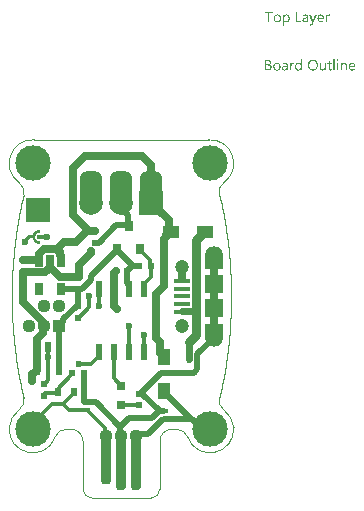
<source format=gtl>
G04*
G04 #@! TF.GenerationSoftware,Altium Limited,Altium Designer,21.9.2 (33)*
G04*
G04 Layer_Physical_Order=1*
G04 Layer_Color=255*
%FSAX25Y25*%
%MOIN*%
G70*
G04*
G04 #@! TF.SameCoordinates,B38DDDDE-E499-4E20-BA9E-D90CFE60B386*
G04*
G04*
G04 #@! TF.FilePolarity,Positive*
G04*
G01*
G75*
%ADD10C,0.01181*%
%ADD13C,0.00394*%
%ADD14R,0.02362X0.05512*%
%ADD15R,0.05315X0.01575*%
%ADD16R,0.06102X0.05906*%
%ADD17R,0.02756X0.03937*%
%ADD18R,0.04331X0.05315*%
%ADD20R,0.02165X0.01968*%
%ADD22R,0.05315X0.04331*%
%ADD24R,0.02165X0.01968*%
%ADD25R,0.01968X0.02165*%
%ADD27R,0.02362X0.03543*%
%ADD28R,0.01968X0.02165*%
%ADD29R,0.03150X0.03543*%
%ADD30R,0.06102X0.04724*%
%ADD31R,0.06102X0.04724*%
G04:AMPARAMS|DCode=38|XSize=74.8mil|YSize=116.14mil|CornerRadius=29.17mil|HoleSize=0mil|Usage=FLASHONLY|Rotation=0.000|XOffset=0mil|YOffset=0mil|HoleType=Round|Shape=RoundedRectangle|*
%AMROUNDEDRECTD38*
21,1,0.07480,0.05780,0,0,0.0*
21,1,0.01646,0.11614,0,0,0.0*
1,1,0.05835,0.00823,-0.02890*
1,1,0.05835,-0.00823,-0.02890*
1,1,0.05835,-0.00823,0.02890*
1,1,0.05835,0.00823,0.02890*
%
%ADD38ROUNDEDRECTD38*%
G04:AMPARAMS|DCode=51|XSize=35.43mil|YSize=188.98mil|CornerRadius=13.82mil|HoleSize=0mil|Usage=FLASHONLY|Rotation=180.000|XOffset=0mil|YOffset=0mil|HoleType=Round|Shape=RoundedRectangle|*
%AMROUNDEDRECTD51*
21,1,0.03543,0.16134,0,0,180.0*
21,1,0.00780,0.18898,0,0,180.0*
1,1,0.02764,-0.00390,0.08067*
1,1,0.02764,0.00390,0.08067*
1,1,0.02764,0.00390,-0.08067*
1,1,0.02764,-0.00390,-0.08067*
%
%ADD51ROUNDEDRECTD51*%
G04:AMPARAMS|DCode=52|XSize=35.43mil|YSize=169.29mil|CornerRadius=13.82mil|HoleSize=0mil|Usage=FLASHONLY|Rotation=180.000|XOffset=0mil|YOffset=0mil|HoleType=Round|Shape=RoundedRectangle|*
%AMROUNDEDRECTD52*
21,1,0.03543,0.14165,0,0,180.0*
21,1,0.00780,0.16929,0,0,180.0*
1,1,0.02764,-0.00390,0.07083*
1,1,0.02764,0.00390,0.07083*
1,1,0.02764,0.00390,-0.07083*
1,1,0.02764,-0.00390,-0.07083*
%
%ADD52ROUNDEDRECTD52*%
%ADD62C,0.04370*%
%ADD64C,0.00100*%
%ADD65C,0.01600*%
%ADD66O,0.01000X0.01001*%
%ADD67R,0.01575X0.02756*%
%ADD68R,0.03150X0.03150*%
%ADD69R,0.02756X0.01575*%
%ADD70R,0.02362X0.03150*%
%ADD71C,0.02756*%
%ADD72C,0.01968*%
%ADD73C,0.02362*%
%ADD74C,0.03150*%
%ADD75R,0.04370X0.04370*%
%ADD76C,0.04724*%
%ADD77O,0.06102X0.05709*%
%ADD78R,0.07874X0.07874*%
%ADD79C,0.07874*%
%ADD80C,0.11811*%
%ADD81C,0.02362*%
G36*
X0055175Y0161260D02*
X0055219Y0161253D01*
X0055262Y0161247D01*
X0055373Y0161222D01*
X0055497Y0161185D01*
X0055621Y0161123D01*
X0055683Y0161086D01*
X0055745Y0161037D01*
X0055800Y0160987D01*
X0055856Y0160925D01*
X0055862Y0160919D01*
X0055869Y0160913D01*
X0055881Y0160888D01*
X0055900Y0160863D01*
X0055918Y0160833D01*
X0055943Y0160789D01*
X0055968Y0160740D01*
X0055992Y0160690D01*
X0056017Y0160628D01*
X0056042Y0160560D01*
X0056067Y0160486D01*
X0056085Y0160405D01*
X0056116Y0160226D01*
X0056129Y0160127D01*
Y0160022D01*
Y0160015D01*
Y0159997D01*
Y0159960D01*
X0056122Y0159916D01*
Y0159867D01*
X0056110Y0159805D01*
X0056104Y0159737D01*
X0056091Y0159663D01*
X0056054Y0159502D01*
X0055999Y0159335D01*
X0055962Y0159254D01*
X0055924Y0159174D01*
X0055875Y0159093D01*
X0055819Y0159019D01*
X0055813Y0159013D01*
X0055807Y0159000D01*
X0055788Y0158982D01*
X0055763Y0158963D01*
X0055733Y0158932D01*
X0055695Y0158901D01*
X0055652Y0158864D01*
X0055603Y0158833D01*
X0055547Y0158796D01*
X0055485Y0158759D01*
X0055336Y0158703D01*
X0055256Y0158678D01*
X0055175Y0158660D01*
X0055082Y0158647D01*
X0054984Y0158641D01*
X0054934D01*
X0054903Y0158647D01*
X0054860Y0158654D01*
X0054816Y0158666D01*
X0054705Y0158691D01*
X0054587Y0158740D01*
X0054519Y0158777D01*
X0054457Y0158815D01*
X0054395Y0158864D01*
X0054340Y0158920D01*
X0054278Y0158982D01*
X0054228Y0159056D01*
X0054216D01*
Y0157546D01*
X0053814D01*
Y0161210D01*
X0054216D01*
Y0160764D01*
X0054228D01*
X0054234Y0160771D01*
X0054241Y0160789D01*
X0054259Y0160814D01*
X0054284Y0160845D01*
X0054315Y0160882D01*
X0054352Y0160925D01*
X0054395Y0160969D01*
X0054451Y0161018D01*
X0054507Y0161062D01*
X0054569Y0161105D01*
X0054643Y0161148D01*
X0054717Y0161185D01*
X0054804Y0161222D01*
X0054897Y0161247D01*
X0054990Y0161260D01*
X0055095Y0161266D01*
X0055144D01*
X0055175Y0161260D01*
D02*
G37*
G36*
X0069289Y0161247D02*
X0069363Y0161241D01*
X0069406Y0161229D01*
X0069437Y0161216D01*
Y0160801D01*
X0069431Y0160808D01*
X0069419Y0160814D01*
X0069394Y0160826D01*
X0069363Y0160845D01*
X0069319Y0160857D01*
X0069264Y0160870D01*
X0069202Y0160876D01*
X0069134Y0160882D01*
X0069121D01*
X0069090Y0160876D01*
X0069041Y0160870D01*
X0068985Y0160851D01*
X0068911Y0160820D01*
X0068843Y0160777D01*
X0068769Y0160715D01*
X0068700Y0160634D01*
X0068694Y0160622D01*
X0068676Y0160591D01*
X0068645Y0160535D01*
X0068614Y0160461D01*
X0068583Y0160368D01*
X0068552Y0160251D01*
X0068533Y0160121D01*
X0068527Y0159972D01*
Y0158697D01*
X0068125D01*
Y0161210D01*
X0068527D01*
Y0160690D01*
X0068540D01*
Y0160696D01*
X0068546Y0160703D01*
X0068558Y0160733D01*
X0068577Y0160783D01*
X0068608Y0160845D01*
X0068639Y0160907D01*
X0068688Y0160975D01*
X0068738Y0161043D01*
X0068800Y0161105D01*
X0068806Y0161111D01*
X0068831Y0161130D01*
X0068868Y0161154D01*
X0068917Y0161179D01*
X0068973Y0161204D01*
X0069041Y0161229D01*
X0069115Y0161247D01*
X0069196Y0161253D01*
X0069251D01*
X0069289Y0161247D01*
D02*
G37*
G36*
X0063910Y0158295D02*
X0063903Y0158288D01*
X0063897Y0158264D01*
X0063879Y0158220D01*
X0063854Y0158171D01*
X0063823Y0158115D01*
X0063779Y0158047D01*
X0063736Y0157979D01*
X0063687Y0157905D01*
X0063625Y0157830D01*
X0063563Y0157762D01*
X0063489Y0157694D01*
X0063408Y0157638D01*
X0063328Y0157589D01*
X0063235Y0157546D01*
X0063142Y0157521D01*
X0063037Y0157515D01*
X0062981D01*
X0062944Y0157521D01*
X0062863Y0157533D01*
X0062777Y0157552D01*
Y0157911D01*
X0062783D01*
X0062801Y0157905D01*
X0062826Y0157898D01*
X0062857Y0157892D01*
X0062931Y0157874D01*
X0063012Y0157868D01*
X0063024D01*
X0063061Y0157874D01*
X0063117Y0157886D01*
X0063185Y0157911D01*
X0063260Y0157954D01*
X0063297Y0157985D01*
X0063334Y0158022D01*
X0063371Y0158059D01*
X0063408Y0158109D01*
X0063439Y0158165D01*
X0063470Y0158227D01*
X0063674Y0158697D01*
X0062690Y0161210D01*
X0063136D01*
X0063817Y0159273D01*
Y0159266D01*
X0063823Y0159254D01*
X0063829Y0159235D01*
X0063835Y0159211D01*
X0063841Y0159174D01*
X0063854Y0159136D01*
X0063866Y0159081D01*
X0063885D01*
Y0159093D01*
X0063897Y0159130D01*
X0063910Y0159186D01*
X0063934Y0159266D01*
X0064646Y0161210D01*
X0065061D01*
X0063910Y0158295D01*
D02*
G37*
G36*
X0061501Y0161260D02*
X0061557Y0161253D01*
X0061625Y0161235D01*
X0061700Y0161216D01*
X0061780Y0161185D01*
X0061867Y0161148D01*
X0061947Y0161099D01*
X0062028Y0161037D01*
X0062102Y0160962D01*
X0062170Y0160870D01*
X0062226Y0160764D01*
X0062269Y0160641D01*
X0062294Y0160498D01*
X0062306Y0160331D01*
Y0158697D01*
X0061904D01*
Y0159087D01*
X0061892D01*
Y0159081D01*
X0061879Y0159068D01*
X0061867Y0159044D01*
X0061842Y0159019D01*
X0061780Y0158944D01*
X0061700Y0158864D01*
X0061588Y0158784D01*
X0061458Y0158709D01*
X0061378Y0158685D01*
X0061297Y0158660D01*
X0061211Y0158647D01*
X0061118Y0158641D01*
X0061081D01*
X0061056Y0158647D01*
X0060988Y0158654D01*
X0060907Y0158666D01*
X0060808Y0158691D01*
X0060715Y0158722D01*
X0060616Y0158771D01*
X0060530Y0158833D01*
X0060523Y0158845D01*
X0060499Y0158870D01*
X0060462Y0158914D01*
X0060425Y0158976D01*
X0060387Y0159050D01*
X0060350Y0159136D01*
X0060325Y0159242D01*
X0060319Y0159359D01*
Y0159365D01*
Y0159390D01*
X0060325Y0159427D01*
X0060332Y0159471D01*
X0060344Y0159526D01*
X0060363Y0159588D01*
X0060387Y0159656D01*
X0060425Y0159724D01*
X0060468Y0159799D01*
X0060523Y0159873D01*
X0060592Y0159941D01*
X0060672Y0160003D01*
X0060765Y0160065D01*
X0060876Y0160114D01*
X0061000Y0160152D01*
X0061149Y0160182D01*
X0061904Y0160288D01*
Y0160294D01*
Y0160312D01*
X0061898Y0160350D01*
Y0160387D01*
X0061885Y0160436D01*
X0061879Y0160492D01*
X0061842Y0160610D01*
X0061811Y0160665D01*
X0061780Y0160721D01*
X0061737Y0160777D01*
X0061687Y0160826D01*
X0061625Y0160870D01*
X0061557Y0160901D01*
X0061477Y0160919D01*
X0061384Y0160925D01*
X0061341D01*
X0061310Y0160919D01*
X0061266D01*
X0061223Y0160907D01*
X0061112Y0160888D01*
X0060988Y0160851D01*
X0060852Y0160795D01*
X0060777Y0160758D01*
X0060709Y0160721D01*
X0060635Y0160671D01*
X0060567Y0160616D01*
Y0161030D01*
X0060573D01*
X0060585Y0161043D01*
X0060604Y0161055D01*
X0060635Y0161068D01*
X0060666Y0161086D01*
X0060709Y0161105D01*
X0060759Y0161123D01*
X0060814Y0161148D01*
X0060938Y0161191D01*
X0061087Y0161229D01*
X0061248Y0161253D01*
X0061421Y0161266D01*
X0061458D01*
X0061501Y0161260D01*
D02*
G37*
G36*
X0058611Y0159068D02*
X0060022D01*
Y0158697D01*
X0058196D01*
Y0162213D01*
X0058611D01*
Y0159068D01*
D02*
G37*
G36*
X0050372Y0161841D02*
X0049357D01*
Y0158697D01*
X0048948D01*
Y0161841D01*
X0047933D01*
Y0162213D01*
X0050372D01*
Y0161841D01*
D02*
G37*
G36*
X0066565Y0161260D02*
X0066608Y0161253D01*
X0066652Y0161247D01*
X0066763Y0161229D01*
X0066887Y0161185D01*
X0067011Y0161130D01*
X0067072Y0161092D01*
X0067134Y0161049D01*
X0067190Y0161000D01*
X0067246Y0160944D01*
X0067252Y0160938D01*
X0067258Y0160932D01*
X0067271Y0160913D01*
X0067289Y0160888D01*
X0067308Y0160851D01*
X0067333Y0160814D01*
X0067357Y0160771D01*
X0067382Y0160715D01*
X0067407Y0160653D01*
X0067432Y0160591D01*
X0067456Y0160517D01*
X0067475Y0160436D01*
X0067493Y0160350D01*
X0067506Y0160263D01*
X0067518Y0160164D01*
Y0160059D01*
Y0159848D01*
X0065742D01*
Y0159842D01*
Y0159830D01*
Y0159811D01*
X0065748Y0159780D01*
X0065754Y0159743D01*
Y0159706D01*
X0065773Y0159607D01*
X0065804Y0159508D01*
X0065841Y0159396D01*
X0065896Y0159291D01*
X0065965Y0159198D01*
X0065977Y0159186D01*
X0066002Y0159161D01*
X0066051Y0159130D01*
X0066119Y0159087D01*
X0066206Y0159044D01*
X0066305Y0159013D01*
X0066423Y0158988D01*
X0066559Y0158976D01*
X0066602D01*
X0066633Y0158982D01*
X0066670D01*
X0066714Y0158988D01*
X0066819Y0159013D01*
X0066936Y0159044D01*
X0067066Y0159093D01*
X0067203Y0159161D01*
X0067271Y0159204D01*
X0067339Y0159254D01*
Y0158876D01*
X0067333D01*
X0067326Y0158864D01*
X0067308Y0158858D01*
X0067277Y0158839D01*
X0067246Y0158821D01*
X0067209Y0158802D01*
X0067159Y0158784D01*
X0067110Y0158759D01*
X0067048Y0158734D01*
X0066980Y0158715D01*
X0066831Y0158678D01*
X0066658Y0158654D01*
X0066466Y0158641D01*
X0066416D01*
X0066379Y0158647D01*
X0066336Y0158654D01*
X0066280Y0158660D01*
X0066163Y0158685D01*
X0066026Y0158722D01*
X0065890Y0158784D01*
X0065822Y0158827D01*
X0065754Y0158870D01*
X0065692Y0158920D01*
X0065630Y0158982D01*
X0065624Y0158988D01*
X0065618Y0159000D01*
X0065605Y0159019D01*
X0065581Y0159044D01*
X0065562Y0159081D01*
X0065537Y0159124D01*
X0065507Y0159174D01*
X0065482Y0159229D01*
X0065451Y0159291D01*
X0065426Y0159365D01*
X0065395Y0159446D01*
X0065377Y0159533D01*
X0065358Y0159625D01*
X0065339Y0159724D01*
X0065333Y0159830D01*
X0065327Y0159941D01*
Y0159947D01*
Y0159966D01*
Y0159997D01*
X0065333Y0160040D01*
X0065339Y0160090D01*
X0065346Y0160145D01*
X0065352Y0160213D01*
X0065370Y0160282D01*
X0065407Y0160430D01*
X0065463Y0160591D01*
X0065500Y0160671D01*
X0065550Y0160746D01*
X0065599Y0160826D01*
X0065655Y0160894D01*
X0065661Y0160901D01*
X0065674Y0160913D01*
X0065692Y0160932D01*
X0065717Y0160950D01*
X0065748Y0160981D01*
X0065785Y0161012D01*
X0065834Y0161043D01*
X0065884Y0161080D01*
X0066002Y0161148D01*
X0066144Y0161210D01*
X0066224Y0161229D01*
X0066305Y0161247D01*
X0066392Y0161260D01*
X0066484Y0161266D01*
X0066534D01*
X0066565Y0161260D01*
D02*
G37*
G36*
X0052074D02*
X0052118Y0161253D01*
X0052173Y0161247D01*
X0052297Y0161222D01*
X0052439Y0161179D01*
X0052582Y0161117D01*
X0052656Y0161080D01*
X0052724Y0161037D01*
X0052792Y0160981D01*
X0052854Y0160919D01*
X0052860Y0160913D01*
X0052867Y0160901D01*
X0052885Y0160882D01*
X0052904Y0160857D01*
X0052928Y0160820D01*
X0052953Y0160777D01*
X0052984Y0160727D01*
X0053015Y0160671D01*
X0053040Y0160603D01*
X0053071Y0160535D01*
X0053096Y0160455D01*
X0053120Y0160368D01*
X0053139Y0160275D01*
X0053157Y0160176D01*
X0053164Y0160071D01*
X0053170Y0159960D01*
Y0159953D01*
Y0159935D01*
Y0159904D01*
X0053164Y0159861D01*
X0053157Y0159811D01*
X0053151Y0159749D01*
X0053139Y0159687D01*
X0053127Y0159613D01*
X0053089Y0159465D01*
X0053027Y0159303D01*
X0052990Y0159223D01*
X0052941Y0159143D01*
X0052891Y0159068D01*
X0052829Y0159000D01*
X0052823Y0158994D01*
X0052811Y0158988D01*
X0052792Y0158969D01*
X0052767Y0158944D01*
X0052730Y0158920D01*
X0052693Y0158889D01*
X0052644Y0158852D01*
X0052588Y0158821D01*
X0052526Y0158790D01*
X0052458Y0158753D01*
X0052384Y0158722D01*
X0052303Y0158697D01*
X0052217Y0158672D01*
X0052124Y0158660D01*
X0052025Y0158647D01*
X0051919Y0158641D01*
X0051864D01*
X0051827Y0158647D01*
X0051783Y0158654D01*
X0051727Y0158660D01*
X0051666Y0158672D01*
X0051597Y0158685D01*
X0051455Y0158728D01*
X0051307Y0158790D01*
X0051232Y0158827D01*
X0051164Y0158876D01*
X0051096Y0158926D01*
X0051028Y0158988D01*
X0051022Y0158994D01*
X0051016Y0159006D01*
X0050997Y0159025D01*
X0050978Y0159050D01*
X0050954Y0159087D01*
X0050923Y0159130D01*
X0050892Y0159180D01*
X0050867Y0159235D01*
X0050836Y0159303D01*
X0050805Y0159372D01*
X0050774Y0159446D01*
X0050749Y0159533D01*
X0050712Y0159718D01*
X0050706Y0159817D01*
X0050700Y0159923D01*
Y0159929D01*
Y0159953D01*
Y0159984D01*
X0050706Y0160028D01*
X0050712Y0160077D01*
X0050719Y0160139D01*
X0050731Y0160207D01*
X0050743Y0160282D01*
X0050780Y0160442D01*
X0050842Y0160603D01*
X0050886Y0160684D01*
X0050929Y0160764D01*
X0050978Y0160839D01*
X0051040Y0160907D01*
X0051047Y0160913D01*
X0051059Y0160925D01*
X0051078Y0160938D01*
X0051102Y0160962D01*
X0051139Y0160987D01*
X0051183Y0161018D01*
X0051232Y0161055D01*
X0051288Y0161086D01*
X0051350Y0161117D01*
X0051424Y0161154D01*
X0051499Y0161185D01*
X0051585Y0161210D01*
X0051672Y0161235D01*
X0051771Y0161253D01*
X0051876Y0161260D01*
X0051981Y0161266D01*
X0052037D01*
X0052074Y0161260D01*
D02*
G37*
G36*
X0072142Y0146274D02*
X0072167D01*
X0072223Y0146249D01*
X0072254Y0146231D01*
X0072285Y0146206D01*
X0072291Y0146200D01*
X0072297Y0146194D01*
X0072328Y0146157D01*
X0072353Y0146095D01*
X0072359Y0146057D01*
X0072365Y0146020D01*
Y0146014D01*
Y0146002D01*
X0072359Y0145983D01*
X0072353Y0145958D01*
X0072334Y0145897D01*
X0072309Y0145866D01*
X0072285Y0145835D01*
X0072278D01*
X0072272Y0145822D01*
X0072235Y0145798D01*
X0072179Y0145773D01*
X0072142Y0145767D01*
X0072105Y0145760D01*
X0072086D01*
X0072068Y0145767D01*
X0072043D01*
X0071981Y0145791D01*
X0071950Y0145804D01*
X0071919Y0145828D01*
Y0145835D01*
X0071907Y0145841D01*
X0071895Y0145860D01*
X0071882Y0145878D01*
X0071857Y0145940D01*
X0071851Y0145977D01*
X0071845Y0146020D01*
Y0146027D01*
Y0146039D01*
X0071851Y0146057D01*
X0071857Y0146089D01*
X0071876Y0146144D01*
X0071895Y0146175D01*
X0071919Y0146206D01*
X0071925Y0146212D01*
X0071932Y0146219D01*
X0071969Y0146243D01*
X0072031Y0146268D01*
X0072068Y0146280D01*
X0072124D01*
X0072142Y0146274D01*
D02*
G37*
G36*
X0060152Y0142610D02*
X0059750D01*
Y0143031D01*
X0059737D01*
Y0143024D01*
X0059725Y0143012D01*
X0059706Y0142987D01*
X0059688Y0142956D01*
X0059657Y0142919D01*
X0059620Y0142882D01*
X0059576Y0142839D01*
X0059527Y0142795D01*
X0059471Y0142746D01*
X0059403Y0142703D01*
X0059335Y0142665D01*
X0059255Y0142628D01*
X0059174Y0142597D01*
X0059081Y0142573D01*
X0058982Y0142560D01*
X0058877Y0142554D01*
X0058834D01*
X0058797Y0142560D01*
X0058759Y0142566D01*
X0058710Y0142573D01*
X0058605Y0142597D01*
X0058481Y0142634D01*
X0058357Y0142696D01*
X0058289Y0142734D01*
X0058233Y0142777D01*
X0058171Y0142833D01*
X0058116Y0142888D01*
Y0142894D01*
X0058103Y0142907D01*
X0058091Y0142925D01*
X0058072Y0142950D01*
X0058054Y0142981D01*
X0058029Y0143024D01*
X0058004Y0143074D01*
X0057979Y0143130D01*
X0057948Y0143192D01*
X0057924Y0143260D01*
X0057899Y0143334D01*
X0057880Y0143414D01*
X0057862Y0143501D01*
X0057849Y0143600D01*
X0057843Y0143699D01*
X0057837Y0143804D01*
Y0143811D01*
Y0143829D01*
Y0143866D01*
X0057843Y0143910D01*
X0057849Y0143959D01*
X0057856Y0144021D01*
X0057862Y0144089D01*
X0057874Y0144163D01*
X0057911Y0144324D01*
X0057967Y0144492D01*
X0058004Y0144572D01*
X0058047Y0144652D01*
X0058091Y0144727D01*
X0058147Y0144801D01*
X0058153Y0144807D01*
X0058159Y0144819D01*
X0058178Y0144838D01*
X0058202Y0144863D01*
X0058233Y0144888D01*
X0058276Y0144919D01*
X0058320Y0144956D01*
X0058369Y0144993D01*
X0058493Y0145061D01*
X0058636Y0145123D01*
X0058716Y0145141D01*
X0058803Y0145160D01*
X0058889Y0145172D01*
X0058988Y0145179D01*
X0059038D01*
X0059075Y0145172D01*
X0059112Y0145166D01*
X0059162Y0145160D01*
X0059273Y0145129D01*
X0059397Y0145080D01*
X0059459Y0145049D01*
X0059521Y0145005D01*
X0059583Y0144962D01*
X0059638Y0144906D01*
X0059688Y0144844D01*
X0059737Y0144770D01*
X0059750D01*
Y0146330D01*
X0060152D01*
Y0142610D01*
D02*
G37*
G36*
X0074420Y0145172D02*
X0074494Y0145166D01*
X0074587Y0145148D01*
X0074686Y0145117D01*
X0074792Y0145067D01*
X0074897Y0144999D01*
X0074940Y0144962D01*
X0074983Y0144912D01*
X0074996Y0144900D01*
X0075020Y0144863D01*
X0075051Y0144801D01*
X0075095Y0144714D01*
X0075132Y0144609D01*
X0075169Y0144479D01*
X0075194Y0144324D01*
X0075200Y0144145D01*
Y0142610D01*
X0074798D01*
Y0144040D01*
Y0144046D01*
Y0144077D01*
X0074792Y0144114D01*
Y0144163D01*
X0074779Y0144225D01*
X0074767Y0144293D01*
X0074748Y0144368D01*
X0074723Y0144442D01*
X0074692Y0144516D01*
X0074655Y0144584D01*
X0074606Y0144652D01*
X0074550Y0144714D01*
X0074488Y0144764D01*
X0074408Y0144801D01*
X0074321Y0144832D01*
X0074216Y0144838D01*
X0074203D01*
X0074166Y0144832D01*
X0074111Y0144826D01*
X0074042Y0144807D01*
X0073962Y0144782D01*
X0073875Y0144739D01*
X0073795Y0144683D01*
X0073714Y0144609D01*
X0073708Y0144597D01*
X0073684Y0144572D01*
X0073652Y0144522D01*
X0073615Y0144454D01*
X0073578Y0144374D01*
X0073547Y0144275D01*
X0073523Y0144163D01*
X0073516Y0144040D01*
Y0142610D01*
X0073114D01*
Y0145123D01*
X0073516D01*
Y0144702D01*
X0073529D01*
X0073535Y0144708D01*
X0073541Y0144720D01*
X0073560Y0144745D01*
X0073584Y0144776D01*
X0073609Y0144813D01*
X0073646Y0144851D01*
X0073690Y0144894D01*
X0073739Y0144943D01*
X0073795Y0144987D01*
X0073857Y0145030D01*
X0073925Y0145067D01*
X0073999Y0145104D01*
X0074073Y0145135D01*
X0074160Y0145160D01*
X0074253Y0145172D01*
X0074352Y0145179D01*
X0074389D01*
X0074420Y0145172D01*
D02*
G37*
G36*
X0057422Y0145160D02*
X0057497Y0145154D01*
X0057540Y0145141D01*
X0057571Y0145129D01*
Y0144714D01*
X0057565Y0144720D01*
X0057552Y0144727D01*
X0057528Y0144739D01*
X0057497Y0144758D01*
X0057453Y0144770D01*
X0057398Y0144782D01*
X0057336Y0144789D01*
X0057268Y0144795D01*
X0057255D01*
X0057224Y0144789D01*
X0057175Y0144782D01*
X0057119Y0144764D01*
X0057045Y0144733D01*
X0056977Y0144690D01*
X0056902Y0144628D01*
X0056834Y0144547D01*
X0056828Y0144535D01*
X0056810Y0144504D01*
X0056779Y0144448D01*
X0056748Y0144374D01*
X0056717Y0144281D01*
X0056686Y0144163D01*
X0056667Y0144033D01*
X0056661Y0143885D01*
Y0142610D01*
X0056259D01*
Y0145123D01*
X0056661D01*
Y0144603D01*
X0056673D01*
Y0144609D01*
X0056679Y0144615D01*
X0056692Y0144646D01*
X0056710Y0144696D01*
X0056741Y0144758D01*
X0056772Y0144819D01*
X0056822Y0144888D01*
X0056871Y0144956D01*
X0056933Y0145018D01*
X0056940Y0145024D01*
X0056964Y0145042D01*
X0057001Y0145067D01*
X0057051Y0145092D01*
X0057107Y0145117D01*
X0057175Y0145141D01*
X0057249Y0145160D01*
X0057329Y0145166D01*
X0057385D01*
X0057422Y0145160D01*
D02*
G37*
G36*
X0068162Y0142610D02*
X0067760D01*
Y0143006D01*
X0067747D01*
Y0143000D01*
X0067735Y0142987D01*
X0067722Y0142963D01*
X0067698Y0142938D01*
X0067642Y0142864D01*
X0067555Y0142783D01*
X0067506Y0142740D01*
X0067450Y0142696D01*
X0067388Y0142659D01*
X0067314Y0142622D01*
X0067240Y0142597D01*
X0067159Y0142573D01*
X0067066Y0142560D01*
X0066974Y0142554D01*
X0066936D01*
X0066893Y0142560D01*
X0066831Y0142573D01*
X0066763Y0142585D01*
X0066689Y0142610D01*
X0066608Y0142641D01*
X0066528Y0142690D01*
X0066441Y0142746D01*
X0066361Y0142814D01*
X0066286Y0142901D01*
X0066218Y0143006D01*
X0066156Y0143123D01*
X0066113Y0143266D01*
X0066088Y0143433D01*
X0066076Y0143520D01*
Y0143619D01*
Y0145123D01*
X0066472D01*
Y0143681D01*
Y0143674D01*
Y0143650D01*
X0066478Y0143606D01*
X0066484Y0143557D01*
X0066491Y0143495D01*
X0066503Y0143433D01*
X0066522Y0143359D01*
X0066546Y0143284D01*
X0066584Y0143210D01*
X0066621Y0143142D01*
X0066670Y0143074D01*
X0066732Y0143012D01*
X0066800Y0142963D01*
X0066881Y0142925D01*
X0066980Y0142894D01*
X0067085Y0142888D01*
X0067097D01*
X0067134Y0142894D01*
X0067190Y0142901D01*
X0067252Y0142913D01*
X0067333Y0142944D01*
X0067413Y0142981D01*
X0067493Y0143031D01*
X0067568Y0143105D01*
X0067574Y0143117D01*
X0067599Y0143142D01*
X0067630Y0143192D01*
X0067667Y0143260D01*
X0067698Y0143340D01*
X0067729Y0143439D01*
X0067753Y0143551D01*
X0067760Y0143674D01*
Y0145123D01*
X0068162D01*
Y0142610D01*
D02*
G37*
G36*
X0072297D02*
X0071895D01*
Y0145123D01*
X0072297D01*
Y0142610D01*
D02*
G37*
G36*
X0071078D02*
X0070675D01*
Y0146330D01*
X0071078D01*
Y0142610D01*
D02*
G37*
G36*
X0054699Y0145172D02*
X0054754Y0145166D01*
X0054822Y0145148D01*
X0054897Y0145129D01*
X0054977Y0145098D01*
X0055064Y0145061D01*
X0055144Y0145011D01*
X0055225Y0144949D01*
X0055299Y0144875D01*
X0055367Y0144782D01*
X0055423Y0144677D01*
X0055466Y0144553D01*
X0055491Y0144411D01*
X0055503Y0144244D01*
Y0142610D01*
X0055101D01*
Y0143000D01*
X0055089D01*
Y0142993D01*
X0055076Y0142981D01*
X0055064Y0142956D01*
X0055039Y0142932D01*
X0054977Y0142857D01*
X0054897Y0142777D01*
X0054785Y0142696D01*
X0054655Y0142622D01*
X0054575Y0142597D01*
X0054495Y0142573D01*
X0054408Y0142560D01*
X0054315Y0142554D01*
X0054278D01*
X0054253Y0142560D01*
X0054185Y0142566D01*
X0054105Y0142579D01*
X0054005Y0142604D01*
X0053913Y0142634D01*
X0053814Y0142684D01*
X0053727Y0142746D01*
X0053721Y0142758D01*
X0053696Y0142783D01*
X0053659Y0142826D01*
X0053622Y0142888D01*
X0053584Y0142963D01*
X0053547Y0143049D01*
X0053523Y0143154D01*
X0053516Y0143272D01*
Y0143278D01*
Y0143303D01*
X0053523Y0143340D01*
X0053529Y0143384D01*
X0053541Y0143439D01*
X0053560Y0143501D01*
X0053584Y0143569D01*
X0053622Y0143637D01*
X0053665Y0143711D01*
X0053721Y0143786D01*
X0053789Y0143854D01*
X0053869Y0143916D01*
X0053962Y0143978D01*
X0054074Y0144027D01*
X0054197Y0144064D01*
X0054346Y0144095D01*
X0055101Y0144201D01*
Y0144207D01*
Y0144225D01*
X0055095Y0144262D01*
Y0144300D01*
X0055082Y0144349D01*
X0055076Y0144405D01*
X0055039Y0144522D01*
X0055008Y0144578D01*
X0054977Y0144634D01*
X0054934Y0144690D01*
X0054884Y0144739D01*
X0054822Y0144782D01*
X0054754Y0144813D01*
X0054674Y0144832D01*
X0054581Y0144838D01*
X0054538D01*
X0054507Y0144832D01*
X0054463D01*
X0054420Y0144819D01*
X0054309Y0144801D01*
X0054185Y0144764D01*
X0054049Y0144708D01*
X0053974Y0144671D01*
X0053906Y0144634D01*
X0053832Y0144584D01*
X0053764Y0144529D01*
Y0144943D01*
X0053770D01*
X0053783Y0144956D01*
X0053801Y0144968D01*
X0053832Y0144981D01*
X0053863Y0144999D01*
X0053906Y0145018D01*
X0053956Y0145036D01*
X0054012Y0145061D01*
X0054135Y0145104D01*
X0054284Y0145141D01*
X0054445Y0145166D01*
X0054618Y0145179D01*
X0054655D01*
X0054699Y0145172D01*
D02*
G37*
G36*
X0049010Y0146119D02*
X0049053D01*
X0049097Y0146113D01*
X0049196Y0146101D01*
X0049313Y0146070D01*
X0049437Y0146033D01*
X0049555Y0145977D01*
X0049660Y0145903D01*
X0049666D01*
X0049672Y0145890D01*
X0049703Y0145866D01*
X0049747Y0145816D01*
X0049796Y0145748D01*
X0049840Y0145661D01*
X0049883Y0145562D01*
X0049914Y0145451D01*
X0049926Y0145389D01*
Y0145321D01*
Y0145315D01*
Y0145308D01*
Y0145271D01*
X0049920Y0145216D01*
X0049908Y0145148D01*
X0049889Y0145061D01*
X0049858Y0144974D01*
X0049821Y0144888D01*
X0049765Y0144801D01*
X0049759Y0144789D01*
X0049734Y0144764D01*
X0049697Y0144727D01*
X0049648Y0144677D01*
X0049586Y0144628D01*
X0049512Y0144572D01*
X0049419Y0144529D01*
X0049320Y0144485D01*
Y0144479D01*
X0049338D01*
X0049357Y0144473D01*
X0049375Y0144467D01*
X0049443Y0144454D01*
X0049524Y0144430D01*
X0049611Y0144392D01*
X0049703Y0144349D01*
X0049796Y0144287D01*
X0049883Y0144207D01*
X0049895Y0144194D01*
X0049920Y0144163D01*
X0049951Y0144120D01*
X0049994Y0144052D01*
X0050032Y0143965D01*
X0050069Y0143866D01*
X0050093Y0143749D01*
X0050100Y0143619D01*
Y0143613D01*
Y0143600D01*
Y0143575D01*
X0050093Y0143544D01*
X0050087Y0143507D01*
X0050081Y0143464D01*
X0050056Y0143359D01*
X0050019Y0143241D01*
X0049963Y0143117D01*
X0049926Y0143062D01*
X0049883Y0143000D01*
X0049827Y0142944D01*
X0049771Y0142888D01*
X0049765D01*
X0049759Y0142876D01*
X0049740Y0142864D01*
X0049716Y0142845D01*
X0049685Y0142826D01*
X0049641Y0142802D01*
X0049549Y0142752D01*
X0049431Y0142696D01*
X0049295Y0142653D01*
X0049134Y0142622D01*
X0049053Y0142616D01*
X0048961Y0142610D01*
X0047933D01*
Y0146126D01*
X0048979D01*
X0049010Y0146119D01*
D02*
G37*
G36*
X0069505Y0145123D02*
X0070143D01*
Y0144776D01*
X0069505D01*
Y0143359D01*
Y0143346D01*
Y0143315D01*
X0069511Y0143272D01*
X0069518Y0143216D01*
X0069542Y0143099D01*
X0069561Y0143043D01*
X0069592Y0143000D01*
X0069598Y0142993D01*
X0069610Y0142981D01*
X0069629Y0142969D01*
X0069660Y0142950D01*
X0069697Y0142925D01*
X0069747Y0142913D01*
X0069809Y0142901D01*
X0069877Y0142894D01*
X0069901D01*
X0069932Y0142901D01*
X0069969Y0142907D01*
X0070056Y0142932D01*
X0070100Y0142950D01*
X0070143Y0142975D01*
Y0142628D01*
X0070137D01*
X0070118Y0142616D01*
X0070087Y0142610D01*
X0070044Y0142597D01*
X0069988Y0142585D01*
X0069926Y0142573D01*
X0069852Y0142566D01*
X0069765Y0142560D01*
X0069734D01*
X0069703Y0142566D01*
X0069660Y0142573D01*
X0069610Y0142585D01*
X0069555Y0142597D01*
X0069499Y0142622D01*
X0069437Y0142653D01*
X0069375Y0142690D01*
X0069313Y0142740D01*
X0069258Y0142795D01*
X0069208Y0142870D01*
X0069165Y0142950D01*
X0069134Y0143049D01*
X0069109Y0143161D01*
X0069103Y0143291D01*
Y0144776D01*
X0068676D01*
Y0145123D01*
X0069103D01*
Y0145736D01*
X0069505Y0145866D01*
Y0145123D01*
D02*
G37*
G36*
X0077032Y0145172D02*
X0077076Y0145166D01*
X0077119Y0145160D01*
X0077230Y0145141D01*
X0077354Y0145098D01*
X0077478Y0145042D01*
X0077540Y0145005D01*
X0077602Y0144962D01*
X0077657Y0144912D01*
X0077713Y0144857D01*
X0077719Y0144851D01*
X0077725Y0144844D01*
X0077738Y0144826D01*
X0077757Y0144801D01*
X0077775Y0144764D01*
X0077800Y0144727D01*
X0077825Y0144683D01*
X0077849Y0144628D01*
X0077874Y0144566D01*
X0077899Y0144504D01*
X0077924Y0144430D01*
X0077942Y0144349D01*
X0077961Y0144262D01*
X0077973Y0144176D01*
X0077986Y0144077D01*
Y0143972D01*
Y0143761D01*
X0076209D01*
Y0143755D01*
Y0143743D01*
Y0143724D01*
X0076215Y0143693D01*
X0076221Y0143656D01*
Y0143619D01*
X0076240Y0143520D01*
X0076271Y0143421D01*
X0076308Y0143309D01*
X0076364Y0143204D01*
X0076432Y0143111D01*
X0076444Y0143099D01*
X0076469Y0143074D01*
X0076518Y0143043D01*
X0076587Y0143000D01*
X0076673Y0142956D01*
X0076772Y0142925D01*
X0076890Y0142901D01*
X0077026Y0142888D01*
X0077069D01*
X0077100Y0142894D01*
X0077138D01*
X0077181Y0142901D01*
X0077286Y0142925D01*
X0077404Y0142956D01*
X0077534Y0143006D01*
X0077670Y0143074D01*
X0077738Y0143117D01*
X0077806Y0143167D01*
Y0142789D01*
X0077800D01*
X0077794Y0142777D01*
X0077775Y0142771D01*
X0077744Y0142752D01*
X0077713Y0142734D01*
X0077676Y0142715D01*
X0077627Y0142696D01*
X0077577Y0142672D01*
X0077515Y0142647D01*
X0077447Y0142628D01*
X0077298Y0142591D01*
X0077125Y0142566D01*
X0076933Y0142554D01*
X0076884D01*
X0076847Y0142560D01*
X0076803Y0142566D01*
X0076748Y0142573D01*
X0076630Y0142597D01*
X0076494Y0142634D01*
X0076358Y0142696D01*
X0076289Y0142740D01*
X0076221Y0142783D01*
X0076160Y0142833D01*
X0076098Y0142894D01*
X0076091Y0142901D01*
X0076085Y0142913D01*
X0076073Y0142932D01*
X0076048Y0142956D01*
X0076029Y0142993D01*
X0076005Y0143037D01*
X0075974Y0143086D01*
X0075949Y0143142D01*
X0075918Y0143204D01*
X0075893Y0143278D01*
X0075862Y0143359D01*
X0075844Y0143445D01*
X0075825Y0143538D01*
X0075807Y0143637D01*
X0075800Y0143743D01*
X0075794Y0143854D01*
Y0143860D01*
Y0143879D01*
Y0143910D01*
X0075800Y0143953D01*
X0075807Y0144002D01*
X0075813Y0144058D01*
X0075819Y0144126D01*
X0075838Y0144194D01*
X0075875Y0144343D01*
X0075930Y0144504D01*
X0075968Y0144584D01*
X0076017Y0144659D01*
X0076067Y0144739D01*
X0076122Y0144807D01*
X0076129Y0144813D01*
X0076141Y0144826D01*
X0076160Y0144844D01*
X0076184Y0144863D01*
X0076215Y0144894D01*
X0076252Y0144925D01*
X0076302Y0144956D01*
X0076351Y0144993D01*
X0076469Y0145061D01*
X0076611Y0145123D01*
X0076692Y0145141D01*
X0076772Y0145160D01*
X0076859Y0145172D01*
X0076952Y0145179D01*
X0077001D01*
X0077032Y0145172D01*
D02*
G37*
G36*
X0063990Y0146181D02*
X0064052Y0146175D01*
X0064126Y0146163D01*
X0064207Y0146144D01*
X0064293Y0146126D01*
X0064380Y0146101D01*
X0064479Y0146070D01*
X0064572Y0146027D01*
X0064671Y0145977D01*
X0064770Y0145921D01*
X0064863Y0145853D01*
X0064956Y0145779D01*
X0065042Y0145692D01*
X0065048Y0145686D01*
X0065061Y0145668D01*
X0065086Y0145643D01*
X0065110Y0145606D01*
X0065148Y0145556D01*
X0065185Y0145494D01*
X0065222Y0145426D01*
X0065265Y0145352D01*
X0065308Y0145259D01*
X0065346Y0145166D01*
X0065383Y0145061D01*
X0065420Y0144943D01*
X0065445Y0144826D01*
X0065469Y0144696D01*
X0065482Y0144553D01*
X0065488Y0144411D01*
Y0144399D01*
Y0144374D01*
Y0144331D01*
X0065482Y0144269D01*
X0065475Y0144194D01*
X0065463Y0144114D01*
X0065451Y0144021D01*
X0065432Y0143916D01*
X0065407Y0143811D01*
X0065377Y0143699D01*
X0065339Y0143588D01*
X0065296Y0143476D01*
X0065240Y0143359D01*
X0065178Y0143254D01*
X0065110Y0143148D01*
X0065030Y0143049D01*
X0065024Y0143043D01*
X0065011Y0143031D01*
X0064980Y0143006D01*
X0064949Y0142975D01*
X0064900Y0142932D01*
X0064844Y0142894D01*
X0064782Y0142845D01*
X0064708Y0142802D01*
X0064627Y0142758D01*
X0064535Y0142709D01*
X0064436Y0142672D01*
X0064324Y0142634D01*
X0064207Y0142597D01*
X0064083Y0142573D01*
X0063953Y0142560D01*
X0063810Y0142554D01*
X0063779D01*
X0063736Y0142560D01*
X0063687D01*
X0063625Y0142566D01*
X0063550Y0142579D01*
X0063470Y0142597D01*
X0063377Y0142616D01*
X0063284Y0142641D01*
X0063185Y0142672D01*
X0063086Y0142715D01*
X0062987Y0142758D01*
X0062888Y0142814D01*
X0062789Y0142882D01*
X0062696Y0142956D01*
X0062610Y0143043D01*
X0062603Y0143049D01*
X0062591Y0143068D01*
X0062566Y0143093D01*
X0062542Y0143130D01*
X0062504Y0143179D01*
X0062467Y0143241D01*
X0062430Y0143309D01*
X0062387Y0143390D01*
X0062343Y0143476D01*
X0062306Y0143569D01*
X0062269Y0143674D01*
X0062232Y0143792D01*
X0062207Y0143910D01*
X0062182Y0144040D01*
X0062170Y0144182D01*
X0062164Y0144324D01*
Y0144337D01*
Y0144361D01*
X0062170Y0144405D01*
Y0144467D01*
X0062176Y0144535D01*
X0062189Y0144622D01*
X0062201Y0144714D01*
X0062220Y0144813D01*
X0062244Y0144919D01*
X0062275Y0145030D01*
X0062312Y0145141D01*
X0062356Y0145253D01*
X0062411Y0145364D01*
X0062473Y0145476D01*
X0062542Y0145581D01*
X0062622Y0145680D01*
X0062628Y0145686D01*
X0062641Y0145705D01*
X0062672Y0145729D01*
X0062709Y0145760D01*
X0062752Y0145798D01*
X0062808Y0145841D01*
X0062876Y0145884D01*
X0062950Y0145934D01*
X0063037Y0145983D01*
X0063130Y0146027D01*
X0063228Y0146070D01*
X0063340Y0146107D01*
X0063464Y0146138D01*
X0063594Y0146169D01*
X0063730Y0146181D01*
X0063872Y0146187D01*
X0063940D01*
X0063990Y0146181D01*
D02*
G37*
G36*
X0051963Y0145172D02*
X0052006Y0145166D01*
X0052062Y0145160D01*
X0052186Y0145135D01*
X0052328Y0145092D01*
X0052470Y0145030D01*
X0052545Y0144993D01*
X0052613Y0144949D01*
X0052681Y0144894D01*
X0052743Y0144832D01*
X0052749Y0144826D01*
X0052755Y0144813D01*
X0052774Y0144795D01*
X0052792Y0144770D01*
X0052817Y0144733D01*
X0052842Y0144690D01*
X0052873Y0144640D01*
X0052904Y0144584D01*
X0052928Y0144516D01*
X0052959Y0144448D01*
X0052984Y0144368D01*
X0053009Y0144281D01*
X0053027Y0144188D01*
X0053046Y0144089D01*
X0053052Y0143984D01*
X0053058Y0143872D01*
Y0143866D01*
Y0143848D01*
Y0143817D01*
X0053052Y0143773D01*
X0053046Y0143724D01*
X0053040Y0143662D01*
X0053027Y0143600D01*
X0053015Y0143526D01*
X0052978Y0143377D01*
X0052916Y0143216D01*
X0052879Y0143136D01*
X0052829Y0143055D01*
X0052780Y0142981D01*
X0052718Y0142913D01*
X0052712Y0142907D01*
X0052699Y0142901D01*
X0052681Y0142882D01*
X0052656Y0142857D01*
X0052619Y0142833D01*
X0052582Y0142802D01*
X0052532Y0142764D01*
X0052477Y0142734D01*
X0052415Y0142703D01*
X0052346Y0142665D01*
X0052272Y0142634D01*
X0052192Y0142610D01*
X0052105Y0142585D01*
X0052012Y0142573D01*
X0051913Y0142560D01*
X0051808Y0142554D01*
X0051752D01*
X0051715Y0142560D01*
X0051672Y0142566D01*
X0051616Y0142573D01*
X0051554Y0142585D01*
X0051486Y0142597D01*
X0051344Y0142641D01*
X0051195Y0142703D01*
X0051121Y0142740D01*
X0051053Y0142789D01*
X0050985Y0142839D01*
X0050917Y0142901D01*
X0050910Y0142907D01*
X0050904Y0142919D01*
X0050886Y0142938D01*
X0050867Y0142963D01*
X0050842Y0143000D01*
X0050811Y0143043D01*
X0050780Y0143093D01*
X0050756Y0143148D01*
X0050725Y0143216D01*
X0050694Y0143284D01*
X0050663Y0143359D01*
X0050638Y0143445D01*
X0050601Y0143631D01*
X0050595Y0143730D01*
X0050589Y0143835D01*
Y0143842D01*
Y0143866D01*
Y0143897D01*
X0050595Y0143941D01*
X0050601Y0143990D01*
X0050607Y0144052D01*
X0050620Y0144120D01*
X0050632Y0144194D01*
X0050669Y0144355D01*
X0050731Y0144516D01*
X0050774Y0144597D01*
X0050818Y0144677D01*
X0050867Y0144751D01*
X0050929Y0144819D01*
X0050935Y0144826D01*
X0050948Y0144838D01*
X0050966Y0144851D01*
X0050991Y0144875D01*
X0051028Y0144900D01*
X0051071Y0144931D01*
X0051121Y0144968D01*
X0051177Y0144999D01*
X0051239Y0145030D01*
X0051313Y0145067D01*
X0051387Y0145098D01*
X0051474Y0145123D01*
X0051560Y0145148D01*
X0051659Y0145166D01*
X0051765Y0145172D01*
X0051870Y0145179D01*
X0051926D01*
X0051963Y0145172D01*
D02*
G37*
G36*
X-0027210Y0089247D02*
X-0027097Y0089134D01*
X-0027035Y0088986D01*
Y0088906D01*
Y0088826D01*
X-0027097Y0088679D01*
X-0027210Y0088566D01*
X-0027357Y0088505D01*
X-0027437D01*
X-0027710Y0088478D01*
X-0028214Y0088269D01*
X-0028600Y0087883D01*
X-0028809Y0087379D01*
X-0028835Y0087106D01*
X-0028809Y0086834D01*
X-0028600Y0086329D01*
X-0028214Y0085944D01*
X-0027710Y0085735D01*
X-0027437Y0085708D01*
X-0027357D01*
X-0027210Y0085647D01*
X-0027097Y0085534D01*
X-0027035Y0085386D01*
Y0085306D01*
Y0085226D01*
X-0027097Y0085079D01*
X-0027210Y0084966D01*
X-0027357Y0084905D01*
X-0027810D01*
X-0028513Y0085150D01*
X-0029097Y0085613D01*
X-0029496Y0086242D01*
X-0029581Y0086605D01*
Y0086605D01*
X-0030845D01*
X-0031139Y0086899D01*
Y0087314D01*
X-0030845Y0087608D01*
X-0029581D01*
X-0029496Y0087971D01*
X-0029097Y0088600D01*
X-0028513Y0089063D01*
X-0027810Y0089308D01*
X-0027357D01*
X-0027210Y0089247D01*
D02*
G37*
%LPC*%
G36*
X0054996Y0160925D02*
X0054965D01*
X0054940Y0160919D01*
X0054872Y0160913D01*
X0054792Y0160894D01*
X0054705Y0160863D01*
X0054606Y0160820D01*
X0054513Y0160758D01*
X0054426Y0160678D01*
X0054420Y0160665D01*
X0054395Y0160634D01*
X0054358Y0160585D01*
X0054321Y0160511D01*
X0054284Y0160424D01*
X0054247Y0160319D01*
X0054222Y0160201D01*
X0054216Y0160071D01*
Y0159718D01*
Y0159712D01*
Y0159706D01*
X0054222Y0159669D01*
X0054228Y0159607D01*
X0054241Y0159539D01*
X0054265Y0159452D01*
X0054303Y0159365D01*
X0054352Y0159279D01*
X0054420Y0159192D01*
X0054433Y0159186D01*
X0054457Y0159161D01*
X0054501Y0159124D01*
X0054562Y0159087D01*
X0054637Y0159044D01*
X0054724Y0159013D01*
X0054822Y0158988D01*
X0054934Y0158976D01*
X0054971D01*
X0054996Y0158982D01*
X0055058Y0158988D01*
X0055144Y0159013D01*
X0055231Y0159044D01*
X0055330Y0159093D01*
X0055423Y0159161D01*
X0055466Y0159204D01*
X0055503Y0159254D01*
Y0159260D01*
X0055510Y0159266D01*
X0055522Y0159285D01*
X0055534Y0159303D01*
X0055553Y0159335D01*
X0055572Y0159372D01*
X0055609Y0159458D01*
X0055646Y0159570D01*
X0055683Y0159700D01*
X0055708Y0159854D01*
X0055714Y0160034D01*
Y0160040D01*
Y0160053D01*
Y0160071D01*
Y0160102D01*
X0055708Y0160139D01*
X0055702Y0160176D01*
X0055689Y0160269D01*
X0055664Y0160374D01*
X0055633Y0160486D01*
X0055584Y0160591D01*
X0055522Y0160684D01*
X0055516Y0160696D01*
X0055485Y0160721D01*
X0055441Y0160758D01*
X0055386Y0160808D01*
X0055312Y0160851D01*
X0055219Y0160888D01*
X0055114Y0160913D01*
X0054996Y0160925D01*
D02*
G37*
G36*
X0061904Y0159966D02*
X0061297Y0159879D01*
X0061285D01*
X0061254Y0159873D01*
X0061204Y0159861D01*
X0061142Y0159848D01*
X0061074Y0159830D01*
X0061000Y0159805D01*
X0060938Y0159780D01*
X0060876Y0159743D01*
X0060870Y0159737D01*
X0060852Y0159724D01*
X0060833Y0159700D01*
X0060808Y0159663D01*
X0060777Y0159613D01*
X0060759Y0159551D01*
X0060740Y0159477D01*
X0060734Y0159390D01*
Y0159384D01*
Y0159359D01*
X0060740Y0159328D01*
X0060752Y0159285D01*
X0060765Y0159235D01*
X0060790Y0159186D01*
X0060821Y0159136D01*
X0060864Y0159087D01*
X0060870Y0159081D01*
X0060889Y0159068D01*
X0060920Y0159050D01*
X0060957Y0159031D01*
X0061006Y0159013D01*
X0061068Y0158994D01*
X0061136Y0158982D01*
X0061217Y0158976D01*
X0061229D01*
X0061266Y0158982D01*
X0061322Y0158988D01*
X0061390Y0159000D01*
X0061464Y0159025D01*
X0061551Y0159062D01*
X0061632Y0159118D01*
X0061706Y0159186D01*
X0061712Y0159198D01*
X0061737Y0159223D01*
X0061768Y0159266D01*
X0061805Y0159328D01*
X0061842Y0159409D01*
X0061873Y0159495D01*
X0061898Y0159601D01*
X0061904Y0159712D01*
Y0159966D01*
D02*
G37*
G36*
X0066478Y0160925D02*
X0066429D01*
X0066379Y0160913D01*
X0066311Y0160901D01*
X0066237Y0160876D01*
X0066150Y0160839D01*
X0066070Y0160789D01*
X0065989Y0160721D01*
X0065983Y0160715D01*
X0065958Y0160684D01*
X0065927Y0160641D01*
X0065884Y0160579D01*
X0065841Y0160504D01*
X0065804Y0160412D01*
X0065773Y0160306D01*
X0065748Y0160189D01*
X0067103D01*
Y0160195D01*
Y0160207D01*
Y0160220D01*
Y0160244D01*
X0067097Y0160312D01*
X0067085Y0160387D01*
X0067060Y0160480D01*
X0067035Y0160566D01*
X0066992Y0160653D01*
X0066936Y0160733D01*
X0066930Y0160740D01*
X0066905Y0160764D01*
X0066868Y0160795D01*
X0066819Y0160833D01*
X0066751Y0160863D01*
X0066670Y0160894D01*
X0066584Y0160919D01*
X0066478Y0160925D01*
D02*
G37*
G36*
X0051950D02*
X0051913D01*
X0051889Y0160919D01*
X0051814Y0160913D01*
X0051727Y0160894D01*
X0051629Y0160863D01*
X0051523Y0160814D01*
X0051424Y0160746D01*
X0051375Y0160709D01*
X0051331Y0160659D01*
X0051319Y0160647D01*
X0051294Y0160610D01*
X0051263Y0160554D01*
X0051220Y0160474D01*
X0051177Y0160368D01*
X0051146Y0160244D01*
X0051121Y0160102D01*
X0051108Y0159935D01*
Y0159929D01*
Y0159916D01*
Y0159892D01*
X0051115Y0159861D01*
Y0159824D01*
X0051121Y0159780D01*
X0051139Y0159681D01*
X0051164Y0159570D01*
X0051208Y0159452D01*
X0051263Y0159335D01*
X0051338Y0159229D01*
X0051350Y0159217D01*
X0051381Y0159192D01*
X0051430Y0159149D01*
X0051499Y0159106D01*
X0051585Y0159056D01*
X0051690Y0159013D01*
X0051814Y0158988D01*
X0051950Y0158976D01*
X0051987D01*
X0052012Y0158982D01*
X0052087Y0158988D01*
X0052173Y0159006D01*
X0052266Y0159037D01*
X0052371Y0159081D01*
X0052464Y0159143D01*
X0052551Y0159223D01*
X0052557Y0159235D01*
X0052582Y0159273D01*
X0052619Y0159328D01*
X0052656Y0159409D01*
X0052693Y0159514D01*
X0052730Y0159638D01*
X0052755Y0159780D01*
X0052761Y0159947D01*
Y0159953D01*
Y0159966D01*
Y0159991D01*
Y0160028D01*
X0052755Y0160065D01*
X0052749Y0160108D01*
X0052737Y0160213D01*
X0052712Y0160331D01*
X0052675Y0160449D01*
X0052619Y0160566D01*
X0052551Y0160671D01*
X0052538Y0160684D01*
X0052514Y0160709D01*
X0052464Y0160752D01*
X0052396Y0160801D01*
X0052309Y0160845D01*
X0052210Y0160888D01*
X0052087Y0160913D01*
X0051950Y0160925D01*
D02*
G37*
G36*
X0059038Y0144838D02*
X0059001D01*
X0058976Y0144832D01*
X0058908Y0144826D01*
X0058828Y0144807D01*
X0058735Y0144770D01*
X0058636Y0144720D01*
X0058543Y0144659D01*
X0058499Y0144615D01*
X0058456Y0144566D01*
X0058450Y0144553D01*
X0058425Y0144516D01*
X0058388Y0144454D01*
X0058351Y0144374D01*
X0058314Y0144269D01*
X0058276Y0144139D01*
X0058252Y0143990D01*
X0058246Y0143823D01*
Y0143817D01*
Y0143804D01*
Y0143780D01*
X0058252Y0143749D01*
Y0143718D01*
X0058258Y0143674D01*
X0058270Y0143575D01*
X0058295Y0143464D01*
X0058332Y0143352D01*
X0058382Y0143241D01*
X0058450Y0143136D01*
X0058462Y0143123D01*
X0058487Y0143099D01*
X0058530Y0143055D01*
X0058592Y0143012D01*
X0058673Y0142969D01*
X0058766Y0142925D01*
X0058871Y0142901D01*
X0058995Y0142888D01*
X0059026D01*
X0059050Y0142894D01*
X0059112Y0142901D01*
X0059187Y0142919D01*
X0059273Y0142950D01*
X0059366Y0142987D01*
X0059453Y0143049D01*
X0059539Y0143130D01*
X0059545Y0143142D01*
X0059570Y0143173D01*
X0059607Y0143229D01*
X0059645Y0143297D01*
X0059682Y0143384D01*
X0059719Y0143489D01*
X0059744Y0143613D01*
X0059750Y0143743D01*
Y0144114D01*
Y0144120D01*
Y0144126D01*
Y0144163D01*
X0059737Y0144219D01*
X0059725Y0144293D01*
X0059700Y0144374D01*
X0059663Y0144460D01*
X0059614Y0144547D01*
X0059545Y0144628D01*
X0059539Y0144634D01*
X0059508Y0144659D01*
X0059465Y0144696D01*
X0059409Y0144733D01*
X0059335Y0144770D01*
X0059248Y0144807D01*
X0059149Y0144832D01*
X0059038Y0144838D01*
D02*
G37*
G36*
X0055101Y0143879D02*
X0054495Y0143792D01*
X0054482D01*
X0054451Y0143786D01*
X0054402Y0143773D01*
X0054340Y0143761D01*
X0054272Y0143743D01*
X0054197Y0143718D01*
X0054135Y0143693D01*
X0054074Y0143656D01*
X0054067Y0143650D01*
X0054049Y0143637D01*
X0054030Y0143613D01*
X0054005Y0143575D01*
X0053974Y0143526D01*
X0053956Y0143464D01*
X0053937Y0143390D01*
X0053931Y0143303D01*
Y0143297D01*
Y0143272D01*
X0053937Y0143241D01*
X0053950Y0143198D01*
X0053962Y0143148D01*
X0053987Y0143099D01*
X0054018Y0143049D01*
X0054061Y0143000D01*
X0054067Y0142993D01*
X0054086Y0142981D01*
X0054117Y0142963D01*
X0054154Y0142944D01*
X0054203Y0142925D01*
X0054265Y0142907D01*
X0054334Y0142894D01*
X0054414Y0142888D01*
X0054426D01*
X0054463Y0142894D01*
X0054519Y0142901D01*
X0054587Y0142913D01*
X0054662Y0142938D01*
X0054748Y0142975D01*
X0054829Y0143031D01*
X0054903Y0143099D01*
X0054909Y0143111D01*
X0054934Y0143136D01*
X0054965Y0143179D01*
X0055002Y0143241D01*
X0055039Y0143322D01*
X0055070Y0143408D01*
X0055095Y0143513D01*
X0055101Y0143625D01*
Y0143879D01*
D02*
G37*
G36*
X0048818Y0145754D02*
X0048348D01*
Y0144615D01*
X0048824D01*
X0048886Y0144622D01*
X0048961Y0144634D01*
X0049047Y0144652D01*
X0049140Y0144683D01*
X0049221Y0144720D01*
X0049301Y0144776D01*
X0049307Y0144782D01*
X0049332Y0144807D01*
X0049363Y0144844D01*
X0049400Y0144900D01*
X0049431Y0144962D01*
X0049462Y0145042D01*
X0049487Y0145135D01*
X0049493Y0145240D01*
Y0145247D01*
Y0145265D01*
X0049487Y0145290D01*
X0049481Y0145321D01*
X0049456Y0145401D01*
X0049437Y0145451D01*
X0049406Y0145500D01*
X0049375Y0145544D01*
X0049326Y0145593D01*
X0049276Y0145637D01*
X0049208Y0145674D01*
X0049134Y0145705D01*
X0049041Y0145729D01*
X0048936Y0145748D01*
X0048818Y0145754D01*
D02*
G37*
G36*
Y0144244D02*
X0048348D01*
Y0142981D01*
X0048967D01*
X0049029Y0142987D01*
X0049115Y0143000D01*
X0049202Y0143024D01*
X0049295Y0143049D01*
X0049388Y0143093D01*
X0049468Y0143148D01*
X0049474Y0143154D01*
X0049499Y0143179D01*
X0049530Y0143216D01*
X0049567Y0143272D01*
X0049604Y0143340D01*
X0049635Y0143421D01*
X0049660Y0143520D01*
X0049666Y0143625D01*
Y0143631D01*
Y0143650D01*
X0049660Y0143681D01*
X0049654Y0143724D01*
X0049641Y0143767D01*
X0049623Y0143823D01*
X0049598Y0143879D01*
X0049561Y0143934D01*
X0049518Y0143990D01*
X0049462Y0144046D01*
X0049394Y0144102D01*
X0049307Y0144145D01*
X0049214Y0144188D01*
X0049097Y0144219D01*
X0048967Y0144238D01*
X0048818Y0144244D01*
D02*
G37*
G36*
X0076946Y0144838D02*
X0076896D01*
X0076847Y0144826D01*
X0076779Y0144813D01*
X0076704Y0144789D01*
X0076617Y0144751D01*
X0076537Y0144702D01*
X0076457Y0144634D01*
X0076450Y0144628D01*
X0076426Y0144597D01*
X0076395Y0144553D01*
X0076351Y0144492D01*
X0076308Y0144417D01*
X0076271Y0144324D01*
X0076240Y0144219D01*
X0076215Y0144102D01*
X0077571D01*
Y0144108D01*
Y0144120D01*
Y0144132D01*
Y0144157D01*
X0077565Y0144225D01*
X0077552Y0144300D01*
X0077527Y0144392D01*
X0077503Y0144479D01*
X0077459Y0144566D01*
X0077404Y0144646D01*
X0077398Y0144652D01*
X0077373Y0144677D01*
X0077336Y0144708D01*
X0077286Y0144745D01*
X0077218Y0144776D01*
X0077138Y0144807D01*
X0077051Y0144832D01*
X0076946Y0144838D01*
D02*
G37*
G36*
X0063841Y0145810D02*
X0063786D01*
X0063749Y0145804D01*
X0063699Y0145798D01*
X0063649Y0145791D01*
X0063588Y0145779D01*
X0063520Y0145760D01*
X0063377Y0145711D01*
X0063303Y0145680D01*
X0063222Y0145643D01*
X0063148Y0145593D01*
X0063074Y0145538D01*
X0063006Y0145476D01*
X0062938Y0145408D01*
X0062931Y0145401D01*
X0062925Y0145389D01*
X0062907Y0145364D01*
X0062882Y0145333D01*
X0062857Y0145296D01*
X0062832Y0145247D01*
X0062801Y0145191D01*
X0062770Y0145129D01*
X0062733Y0145055D01*
X0062702Y0144981D01*
X0062678Y0144894D01*
X0062653Y0144801D01*
X0062628Y0144702D01*
X0062610Y0144590D01*
X0062603Y0144479D01*
X0062597Y0144361D01*
Y0144355D01*
Y0144331D01*
Y0144300D01*
X0062603Y0144256D01*
X0062610Y0144201D01*
X0062616Y0144132D01*
X0062628Y0144064D01*
X0062641Y0143990D01*
X0062678Y0143823D01*
X0062739Y0143643D01*
X0062777Y0143557D01*
X0062820Y0143476D01*
X0062876Y0143390D01*
X0062931Y0143315D01*
X0062938Y0143309D01*
X0062950Y0143297D01*
X0062969Y0143278D01*
X0062993Y0143254D01*
X0063024Y0143222D01*
X0063068Y0143192D01*
X0063117Y0143154D01*
X0063167Y0143117D01*
X0063228Y0143080D01*
X0063297Y0143043D01*
X0063445Y0142981D01*
X0063532Y0142956D01*
X0063618Y0142938D01*
X0063711Y0142925D01*
X0063810Y0142919D01*
X0063866D01*
X0063910Y0142925D01*
X0063953Y0142932D01*
X0064015Y0142938D01*
X0064077Y0142950D01*
X0064145Y0142969D01*
X0064287Y0143012D01*
X0064368Y0143043D01*
X0064442Y0143080D01*
X0064516Y0143123D01*
X0064590Y0143173D01*
X0064658Y0143229D01*
X0064727Y0143297D01*
X0064733Y0143303D01*
X0064739Y0143315D01*
X0064758Y0143334D01*
X0064776Y0143365D01*
X0064807Y0143408D01*
X0064832Y0143451D01*
X0064863Y0143507D01*
X0064894Y0143569D01*
X0064925Y0143643D01*
X0064956Y0143724D01*
X0064986Y0143811D01*
X0065011Y0143903D01*
X0065030Y0144002D01*
X0065048Y0144114D01*
X0065055Y0144231D01*
X0065061Y0144355D01*
Y0144361D01*
Y0144386D01*
Y0144423D01*
X0065055Y0144467D01*
X0065048Y0144529D01*
X0065042Y0144597D01*
X0065036Y0144671D01*
X0065017Y0144751D01*
X0064980Y0144919D01*
X0064925Y0145098D01*
X0064887Y0145185D01*
X0064844Y0145271D01*
X0064788Y0145352D01*
X0064733Y0145426D01*
X0064727Y0145432D01*
X0064720Y0145445D01*
X0064702Y0145463D01*
X0064671Y0145488D01*
X0064640Y0145513D01*
X0064603Y0145550D01*
X0064553Y0145581D01*
X0064504Y0145618D01*
X0064442Y0145655D01*
X0064374Y0145686D01*
X0064299Y0145723D01*
X0064219Y0145748D01*
X0064132Y0145773D01*
X0064046Y0145791D01*
X0063947Y0145804D01*
X0063841Y0145810D01*
D02*
G37*
G36*
X0051839Y0144838D02*
X0051802D01*
X0051777Y0144832D01*
X0051703Y0144826D01*
X0051616Y0144807D01*
X0051517Y0144776D01*
X0051412Y0144727D01*
X0051313Y0144659D01*
X0051263Y0144622D01*
X0051220Y0144572D01*
X0051208Y0144560D01*
X0051183Y0144522D01*
X0051152Y0144467D01*
X0051108Y0144386D01*
X0051065Y0144281D01*
X0051034Y0144157D01*
X0051010Y0144015D01*
X0050997Y0143848D01*
Y0143842D01*
Y0143829D01*
Y0143804D01*
X0051003Y0143773D01*
Y0143736D01*
X0051010Y0143693D01*
X0051028Y0143594D01*
X0051053Y0143482D01*
X0051096Y0143365D01*
X0051152Y0143247D01*
X0051226Y0143142D01*
X0051239Y0143130D01*
X0051270Y0143105D01*
X0051319Y0143062D01*
X0051387Y0143018D01*
X0051474Y0142969D01*
X0051579Y0142925D01*
X0051703Y0142901D01*
X0051839Y0142888D01*
X0051876D01*
X0051901Y0142894D01*
X0051975Y0142901D01*
X0052062Y0142919D01*
X0052155Y0142950D01*
X0052260Y0142993D01*
X0052353Y0143055D01*
X0052439Y0143136D01*
X0052446Y0143148D01*
X0052470Y0143185D01*
X0052508Y0143241D01*
X0052545Y0143322D01*
X0052582Y0143427D01*
X0052619Y0143551D01*
X0052644Y0143693D01*
X0052650Y0143860D01*
Y0143866D01*
Y0143879D01*
Y0143903D01*
Y0143941D01*
X0052644Y0143978D01*
X0052637Y0144021D01*
X0052625Y0144126D01*
X0052600Y0144244D01*
X0052563Y0144361D01*
X0052508Y0144479D01*
X0052439Y0144584D01*
X0052427Y0144597D01*
X0052402Y0144622D01*
X0052353Y0144665D01*
X0052285Y0144714D01*
X0052198Y0144758D01*
X0052099Y0144801D01*
X0051975Y0144826D01*
X0051839Y0144838D01*
D02*
G37*
%LPD*%
D10*
X-0032274Y0085637D02*
X-0030802Y0087109D01*
X-0032274Y0085344D02*
Y0085637D01*
X-0025591Y0037992D02*
X-0025197Y0038386D01*
X-0025689Y0037992D02*
X-0025591D01*
X-0025197Y0038386D02*
Y0038484D01*
X-0024409Y0039272D02*
Y0049705D01*
X-0025197Y0038484D02*
X-0024409Y0039272D01*
X-0014173Y0044685D02*
X-0010059D01*
X-0007500Y0047244D01*
Y0048819D01*
X-0027437Y0087106D02*
X-0027418Y0087125D01*
X-0024919D01*
X-0024900Y0087145D01*
X-0021457Y0035380D02*
Y0036220D01*
X-0025492Y0035085D02*
X-0021752D01*
X-0029528Y0023031D02*
Y0024997D01*
X-0023020Y0031504D02*
X-0019596D01*
X-0029528Y0024997D02*
X-0023020Y0031504D01*
X-0014272Y0060236D02*
X-0010668Y0063840D01*
Y0067323D01*
X0002500Y0048819D02*
Y0057404D01*
X-0014370Y0060236D02*
X-0014272D01*
X-0021752Y0035085D02*
X-0021457Y0035380D01*
X0007593Y0054276D02*
X0007685Y0054368D01*
X0007500Y0048819D02*
X0007593Y0048911D01*
Y0054276D01*
X0000036Y0030968D02*
X0005973D01*
X0000000Y0031004D02*
X0000036Y0030968D01*
X-0002500Y0040000D02*
X0000000Y0037500D01*
X-0002500Y0040000D02*
Y0048819D01*
X0007500Y0071260D02*
X0009843Y0073602D01*
Y0077559D01*
X0007500Y0069685D02*
Y0071260D01*
X-0007435Y0064024D02*
X-0007369Y0063958D01*
X-0007500Y0069685D02*
X-0007435Y0069620D01*
Y0064024D02*
Y0069620D01*
X0006102Y0082776D02*
Y0082972D01*
Y0082776D02*
X0007087Y0081791D01*
X0009574Y0077828D02*
X0009843Y0077559D01*
X0009574Y0077828D02*
Y0079501D01*
X0007087Y0081791D02*
X0007283D01*
X0009574Y0079501D01*
X-0005610Y0021476D02*
X-0005000Y0020866D01*
X-0011147Y0029004D02*
Y0029076D01*
Y0029004D02*
X-0005610Y0023467D01*
Y0021476D02*
Y0023467D01*
X-0011344Y0029273D02*
X-0011147Y0029076D01*
X-0011935Y0029273D02*
X-0011344D01*
X-0017365D02*
X-0011935D01*
X0005973Y0030968D02*
X0006009Y0030931D01*
X-0021457Y0036220D02*
X-0016732Y0040946D01*
Y0041501D01*
X-0016338Y0041895D01*
X-0019596Y0031504D02*
X-0016535Y0034565D01*
X-0019596Y0031504D02*
X-0017365Y0029273D01*
D13*
X-0034152Y0029404D02*
G03*
X-0032640Y0033526I-0002312J0003187D01*
G01*
X-0034152Y0029404D02*
G03*
X-0037374Y0023691I0004625J-0006373D01*
G01*
Y0023689D02*
G03*
X-0022104Y0020407I0007846J-0000658D01*
G01*
X-0018392Y0023031D02*
G03*
X-0022104Y0020407I0000000J-0003937D01*
G01*
X-0012874Y0019094D02*
G03*
X-0016811Y0023031I-0003937J0000000D01*
G01*
X-0012874Y0003145D02*
G03*
X-0009729Y-0000000I0003145J0000000D01*
G01*
X0009729D02*
G03*
X0012874Y0003145I0000000J0003145D01*
G01*
X0016811Y0023031D02*
G03*
X0012874Y0019094I0000000J-0003937D01*
G01*
X0022104Y0020407D02*
G03*
X0018392Y0023031I-0003712J-0001312D01*
G01*
X0022104Y0020407D02*
G03*
X0037367Y0023763I0007423J0002625D01*
G01*
Y0023765D02*
G03*
X0034152Y0029404I-0007840J-0000734D01*
G01*
X0032640Y0033526D02*
G03*
X0034152Y0029404I0003824J-0000935D01*
G01*
X-0029035Y0119473D02*
G03*
X-0034152Y0105241I-0000493J-0007859D01*
G01*
X-0032640Y0101120D02*
G03*
X-0034152Y0105241I-0003824J0000935D01*
G01*
X0034152D02*
G03*
X0032640Y0101120I0002312J-0003187D01*
G01*
X0034152Y0105241D02*
G03*
X0029035Y0119473I-0004625J0006373D01*
G01*
X-0032792Y0100492D02*
X-0032640Y0101120D01*
X-0032940Y0099861D02*
X-0032792Y0100492D01*
X-0033086Y0099228D02*
X-0032940Y0099861D01*
X-0033230Y0098592D02*
X-0033086Y0099228D01*
X-0033370Y0097953D02*
X-0033230Y0098592D01*
X-0033507Y0097311D02*
X-0033370Y0097953D01*
X-0033641Y0096667D02*
X-0033507Y0097311D01*
X-0033773Y0096020D02*
X-0033641Y0096667D01*
X-0033901Y0095371D02*
X-0033773Y0096020D01*
X-0034027Y0094719D02*
X-0033901Y0095371D01*
X-0034150Y0094065D02*
X-0034027Y0094719D01*
X-0034269Y0093409D02*
X-0034150Y0094065D01*
X-0034386Y0092750D02*
X-0034269Y0093409D01*
X-0034500Y0092089D02*
X-0034386Y0092750D01*
X-0034610Y0091426D02*
X-0034500Y0092089D01*
X-0034718Y0090761D02*
X-0034610Y0091426D01*
X-0034823Y0090094D02*
X-0034718Y0090761D01*
X-0034924Y0089425D02*
X-0034823Y0090094D01*
X-0035023Y0088754D02*
X-0034924Y0089425D01*
X-0035118Y0088081D02*
X-0035023Y0088754D01*
X-0035211Y0087406D02*
X-0035118Y0088081D01*
X-0035300Y0086730D02*
X-0035211Y0087406D01*
X-0035387Y0086052D02*
X-0035300Y0086730D01*
X-0035470Y0085372D02*
X-0035387Y0086052D01*
X-0035550Y0084691D02*
X-0035470Y0085372D01*
X-0035627Y0084008D02*
X-0035550Y0084691D01*
X-0035702Y0083324D02*
X-0035627Y0084008D01*
X-0035772Y0082638D02*
X-0035702Y0083324D01*
X-0035840Y0081951D02*
X-0035772Y0082638D01*
X-0035905Y0081263D02*
X-0035840Y0081951D01*
X-0035967Y0080573D02*
X-0035905Y0081263D01*
X-0036025Y0079883D02*
X-0035967Y0080573D01*
X-0036080Y0079191D02*
X-0036025Y0079883D01*
X-0036133Y0078498D02*
X-0036080Y0079191D01*
X-0036182Y0077804D02*
X-0036133Y0078498D01*
X-0036228Y0077110D02*
X-0036182Y0077804D01*
X-0036270Y0076414D02*
X-0036228Y0077110D01*
X-0036310Y0075718D02*
X-0036270Y0076414D01*
X-0036346Y0075021D02*
X-0036310Y0075718D01*
X-0036380Y0074323D02*
X-0036346Y0075021D01*
X-0036410Y0073625D02*
X-0036380Y0074323D01*
X-0036437Y0072926D02*
X-0036410Y0073625D01*
X-0036461Y0072227D02*
X-0036437Y0072926D01*
X-0036481Y0071527D02*
X-0036461Y0072227D01*
X-0036499Y0070827D02*
X-0036481Y0071527D01*
X-0036513Y0070126D02*
X-0036499Y0070827D01*
X-0036524Y0069425D02*
X-0036513Y0070126D01*
X-0036532Y0068725D02*
X-0036524Y0069425D01*
X-0036537Y0068024D02*
X-0036532Y0068725D01*
X-0036538Y0067323D02*
X-0036537Y0068024D01*
X-0036538Y0067323D02*
X-0036537Y0066622D01*
X-0036532Y0065921D01*
X-0036524Y0065220D01*
X-0036513Y0064519D01*
X-0036499Y0063819D01*
X-0036481Y0063118D01*
X-0036461Y0062419D01*
X-0036437Y0061719D01*
X-0036410Y0061021D01*
X-0036380Y0060322D01*
X-0036346Y0059625D01*
X-0036310Y0058928D01*
X-0036270Y0058231D01*
X-0036228Y0057536D01*
X-0036182Y0056841D01*
X-0036133Y0056147D01*
X-0036080Y0055455D01*
X-0036025Y0054763D01*
X-0035967Y0054072D01*
X-0035905Y0053383D01*
X-0035840Y0052694D01*
X-0035772Y0052007D01*
X-0035702Y0051322D01*
X-0035627Y0050637D01*
X-0035550Y0049955D01*
X-0035470Y0049273D01*
X-0035387Y0048594D01*
X-0035300Y0047915D01*
X-0035211Y0047239D01*
X-0035118Y0046564D01*
X-0035023Y0045891D01*
X-0034924Y0045220D01*
X-0034823Y0044551D01*
X-0034718Y0043884D01*
X-0034610Y0043219D01*
X-0034500Y0042556D01*
X-0034386Y0041895D01*
X-0034269Y0041236D01*
X-0034150Y0040580D01*
X-0034027Y0039926D01*
X-0033901Y0039274D01*
X-0033773Y0038625D01*
X-0033641Y0037978D01*
X-0033507Y0037334D01*
X-0033370Y0036693D01*
X-0033230Y0036054D01*
X-0033086Y0035418D01*
X-0032940Y0034784D01*
X-0032792Y0034153D01*
X-0032640Y0033526D01*
X-0037374Y0023689D02*
Y0023691D01*
X-0018392Y0023031D02*
X-0016811D01*
X-0012874Y0003145D02*
Y0019094D01*
X0012874Y0003145D02*
Y0019094D01*
X0016811Y0023031D02*
X0018392D01*
X0037367Y0023763D02*
Y0023765D01*
X0032640Y0033526D02*
X0032792Y0034153D01*
X0032940Y0034784D01*
X0033086Y0035418D01*
X0033230Y0036054D01*
X0033370Y0036693D01*
X0033507Y0037334D01*
X0033641Y0037978D01*
X0033773Y0038625D01*
X0033901Y0039274D01*
X0034027Y0039926D01*
X0034150Y0040580D01*
X0034269Y0041236D01*
X0034386Y0041895D01*
X0034500Y0042556D01*
X0034610Y0043219D01*
X0034718Y0043884D01*
X0034823Y0044551D01*
X0034924Y0045220D01*
X0035023Y0045891D01*
X0035118Y0046564D01*
X0035211Y0047239D01*
X0035300Y0047915D01*
X0035387Y0048594D01*
X0035470Y0049273D01*
X0035550Y0049955D01*
X0035627Y0050637D01*
X0035702Y0051322D01*
X0035772Y0052007D01*
X0035840Y0052694D01*
X0035905Y0053383D01*
X0035967Y0054072D01*
X0036025Y0054763D01*
X0036080Y0055455D01*
X0036133Y0056147D01*
X0036182Y0056841D01*
X0036228Y0057536D01*
X0036270Y0058231D01*
X0036310Y0058928D01*
X0036346Y0059625D01*
X0036380Y0060322D01*
X0036410Y0061021D01*
X0036437Y0061719D01*
X0036461Y0062419D01*
X0036481Y0063118D01*
X0036499Y0063819D01*
X0036513Y0064519D01*
X0036524Y0065220D01*
X0036532Y0065921D01*
X0036537Y0066622D01*
X0036538Y0067323D01*
X0036537Y0068024D02*
X0036538Y0067323D01*
X0036532Y0068725D02*
X0036537Y0068024D01*
X0036524Y0069425D02*
X0036532Y0068725D01*
X0036513Y0070126D02*
X0036524Y0069425D01*
X0036499Y0070827D02*
X0036513Y0070126D01*
X0036481Y0071527D02*
X0036499Y0070827D01*
X0036461Y0072227D02*
X0036481Y0071527D01*
X0036437Y0072926D02*
X0036461Y0072227D01*
X0036410Y0073625D02*
X0036437Y0072926D01*
X0036380Y0074323D02*
X0036410Y0073625D01*
X0036346Y0075021D02*
X0036380Y0074323D01*
X0036310Y0075718D02*
X0036346Y0075021D01*
X0036270Y0076414D02*
X0036310Y0075718D01*
X0036228Y0077110D02*
X0036270Y0076414D01*
X0036182Y0077804D02*
X0036228Y0077110D01*
X0036133Y0078498D02*
X0036182Y0077804D01*
X0036080Y0079191D02*
X0036133Y0078498D01*
X0036025Y0079883D02*
X0036080Y0079191D01*
X0035967Y0080573D02*
X0036025Y0079883D01*
X0035905Y0081263D02*
X0035967Y0080573D01*
X0035840Y0081951D02*
X0035905Y0081263D01*
X0035772Y0082638D02*
X0035840Y0081951D01*
X0035702Y0083324D02*
X0035772Y0082638D01*
X0035627Y0084008D02*
X0035702Y0083324D01*
X0035550Y0084691D02*
X0035627Y0084008D01*
X0035470Y0085372D02*
X0035550Y0084691D01*
X0035387Y0086052D02*
X0035470Y0085372D01*
X0035300Y0086730D02*
X0035387Y0086052D01*
X0035211Y0087406D02*
X0035300Y0086730D01*
X0035118Y0088081D02*
X0035211Y0087406D01*
X0035023Y0088754D02*
X0035118Y0088081D01*
X0034924Y0089425D02*
X0035023Y0088754D01*
X0034823Y0090094D02*
X0034924Y0089425D01*
X0034718Y0090761D02*
X0034823Y0090094D01*
X0034610Y0091426D02*
X0034718Y0090761D01*
X0034500Y0092089D02*
X0034610Y0091426D01*
X0034386Y0092750D02*
X0034500Y0092089D01*
X0034269Y0093409D02*
X0034386Y0092750D01*
X0034150Y0094065D02*
X0034269Y0093409D01*
X0034027Y0094719D02*
X0034150Y0094065D01*
X0033901Y0095371D02*
X0034027Y0094719D01*
X0033773Y0096020D02*
X0033901Y0095371D01*
X0033641Y0096667D02*
X0033773Y0096020D01*
X0033507Y0097311D02*
X0033641Y0096667D01*
X0033370Y0097953D02*
X0033507Y0097311D01*
X0033230Y0098592D02*
X0033370Y0097953D01*
X0033086Y0099228D02*
X0033230Y0098592D01*
X0032940Y0099861D02*
X0033086Y0099228D01*
X0032792Y0100492D02*
X0032940Y0099861D01*
X0032640Y0101120D02*
X0032792Y0100492D01*
X-0009724Y0000000D02*
X0009724D01*
X-0029028Y0119472D02*
X0029035D01*
D14*
X0002500Y0069685D02*
D03*
Y0048819D02*
D03*
X0007500Y0069685D02*
D03*
X-0002500D02*
D03*
X-0007500D02*
D03*
X0007500Y0048819D02*
D03*
X-0002500D02*
D03*
X-0007500D02*
D03*
D15*
X0020197Y0062205D02*
D03*
Y0064764D02*
D03*
Y0067323D02*
D03*
Y0069882D02*
D03*
Y0072441D02*
D03*
D16*
X0030827Y0063386D02*
D03*
Y0071260D02*
D03*
D17*
X-0020079Y0079232D02*
D03*
X-0023819Y0079232D02*
D03*
X-0027559Y0079232D02*
D03*
Y0069784D02*
D03*
X-0020079Y0069784D02*
D03*
D18*
X0014075Y0047112D02*
D03*
Y0035891D02*
D03*
D20*
X-0014370Y0060236D02*
D03*
Y0064173D02*
D03*
X0006009Y0030931D02*
D03*
Y0034868D02*
D03*
X-0025689Y0034055D02*
D03*
Y0037992D02*
D03*
X-0008661Y0085039D02*
D03*
Y0088976D02*
D03*
D22*
X0027756Y0088779D02*
D03*
X0016535D02*
D03*
D24*
X-0014173Y0069823D02*
D03*
Y0073760D02*
D03*
X-0032943Y0079268D02*
D03*
Y0075331D02*
D03*
D25*
X-0016338Y0041895D02*
D03*
X-0012401D02*
D03*
X-0001969Y0075718D02*
D03*
X0001969D02*
D03*
D27*
X-0028150Y0042618D02*
D03*
X-0020669D02*
D03*
X-0024409Y0050492D02*
D03*
D28*
X0009843Y0077559D02*
D03*
X0005906D02*
D03*
D29*
X-0001378Y0082972D02*
D03*
X0006102D02*
D03*
X0002362Y0090847D02*
D03*
D30*
X0030827Y0055906D02*
D03*
D31*
X0030827Y0078740D02*
D03*
D38*
X0010000Y0103327D02*
D03*
X0000000D02*
D03*
X-0010000D02*
D03*
D51*
X0000000Y0012205D02*
D03*
X0005000D02*
D03*
D52*
X-0005000Y0013189D02*
D03*
D62*
X-0025669Y0064080D02*
D03*
Y0057480D02*
D03*
X-0030669D02*
D03*
X-0020669Y0064080D02*
D03*
X0005000Y0020866D02*
D03*
X0000000D02*
D03*
X-0005000D02*
D03*
D64*
X-0030784Y0087461D02*
D03*
X-0031139Y0087106D02*
D03*
X-0030784Y0086752D02*
D03*
D65*
X-0027437Y0087106D02*
D03*
D66*
X-0030802Y0087109D02*
D03*
D67*
X0025223Y0046564D02*
D03*
X0022467D02*
D03*
D68*
X0000000Y0037500D02*
D03*
Y0031004D02*
D03*
D69*
X0014075Y0029035D02*
D03*
Y0026280D02*
D03*
X-0011935Y0032029D02*
D03*
Y0029273D02*
D03*
D70*
X-0015650Y0035531D02*
D03*
X-0021161D02*
D03*
D71*
X-0032943Y0065489D02*
Y0075331D01*
X-0025978Y0055124D02*
Y0058226D01*
X-0026614Y0058862D02*
Y0059160D01*
Y0058862D02*
X-0025978Y0058226D01*
X-0032943Y0065489D02*
X-0026614Y0059160D01*
X-0029867Y0041294D02*
X-0028937Y0042224D01*
X-0029867Y0039019D02*
Y0041294D01*
X-0028150Y0052953D02*
X-0025978Y0055124D01*
X-0028150Y0042618D02*
Y0052953D01*
X-0010282Y0081728D02*
Y0082264D01*
X-0014173Y0077836D02*
X-0010282Y0081728D01*
X0030827Y0053543D02*
Y0063386D01*
X-0016031Y0094340D02*
X-0010668Y0088976D01*
X-0016031Y0094340D02*
Y0110165D01*
X-0012122Y0114075D01*
X-0021666Y0083071D02*
X-0020571Y0081975D01*
Y0081122D02*
X-0020079Y0080630D01*
X-0025971Y0083071D02*
X-0021666D01*
X-0020079Y0079232D02*
Y0080630D01*
X-0021626Y0083033D02*
X-0019254Y0085404D01*
X-0021626Y0083033D02*
X-0021071D01*
X-0027559Y0079232D02*
Y0081483D01*
X-0025971Y0083071D01*
X-0014173Y0073760D02*
Y0077836D01*
X-0029528Y0111614D02*
X-0028760D01*
X-0015000Y0085404D02*
X-0011428Y0088976D01*
X-0019254Y0085404D02*
X-0015000D01*
X-0023819Y0076850D02*
Y0076981D01*
X-0020597Y0073760D02*
X-0014173D01*
X-0023819Y0076981D02*
X-0020597Y0073760D01*
X-0023819Y0076981D02*
Y0079232D01*
X-0032943Y0075331D02*
X-0025338D01*
X-0023819Y0076850D01*
X-0032943Y0079268D02*
X-0027594D01*
X-0027559Y0079232D01*
X-0002483Y0063980D02*
Y0069668D01*
X-0002500Y0069685D02*
X-0002483Y0069668D01*
X-0002500Y0069685D02*
Y0075186D01*
X-0001969Y0075718D01*
X-0002483Y0063980D02*
X-0001445Y0062943D01*
X-0010668Y0088976D02*
X-0008661D01*
X0010000Y0103327D02*
Y0110965D01*
Y0098327D02*
Y0103327D01*
X-0012122Y0114075D02*
X0006890D01*
X0010000Y0110965D01*
X0015737Y0089086D02*
Y0092590D01*
X0010000Y0098327D02*
X0015737Y0092590D01*
Y0089086D02*
X0016043Y0088779D01*
X0011375Y0053448D02*
Y0067969D01*
Y0053448D02*
X0012894Y0051929D01*
Y0048293D02*
Y0051929D01*
Y0048293D02*
X0014075Y0047112D01*
X0020197Y0073032D02*
Y0077165D01*
X0014862Y0087598D02*
X0016043Y0088779D01*
X0014075Y0086319D02*
X0014862Y0087106D01*
X0014075Y0070669D02*
Y0086319D01*
X0014862Y0087106D02*
Y0087598D01*
X0011375Y0067969D02*
X0014075Y0070669D01*
X0030827Y0063386D02*
Y0071260D01*
Y0081102D01*
D72*
X-0014905Y0064173D02*
X-0014370D01*
X-0019468Y0058681D02*
Y0059609D01*
X-0014905Y0064173D01*
X-0020675Y0057475D02*
X-0019468Y0058681D01*
X-0020669Y0042618D02*
Y0057480D01*
X-0015006Y0069784D02*
X-0014272Y0069049D01*
X-0020079Y0069784D02*
X-0015006D01*
X-0020079D02*
X-0019685Y0069390D01*
Y0068799D02*
Y0069390D01*
X-0014370Y0064173D02*
Y0068951D01*
X-0014272Y0069049D01*
X0025223Y0047940D02*
X0030827Y0053543D01*
X0025223Y0043048D02*
Y0047940D01*
X0024070Y0041895D02*
X0025223Y0043048D01*
X0013134Y0041895D02*
X0024070D01*
X-0013150Y0069823D02*
X-0010158Y0072815D01*
Y0074193D01*
X-0002165Y0082185D01*
X-0001378Y0082776D02*
Y0082972D01*
X-0001969Y0082185D02*
X-0001378Y0082776D01*
X-0002165Y0082185D02*
X-0001969D01*
X-0001378Y0082776D02*
X0003613Y0077785D01*
X-0012401Y0033182D02*
Y0041895D01*
X-0001697Y0090925D02*
X0002362D01*
X-0007583Y0085039D02*
X-0001697Y0090925D01*
X0000000Y0096742D02*
X0002296Y0094446D01*
X0000000Y0096742D02*
Y0098327D01*
X0002296Y0091109D02*
Y0094446D01*
X0019451Y0057480D02*
X0020197D01*
X0003613Y0077461D02*
X0005906D01*
X0003613D02*
Y0077785D01*
X0006108Y0034868D02*
X0007016D01*
X0006009D02*
X0006108D01*
X0013134Y0041895D01*
X0014075Y0026280D02*
X0023194D01*
X0014075Y0035399D02*
X0023194Y0026280D01*
X0023616D01*
X0014075Y0035399D02*
Y0035891D01*
X0010232Y0026691D02*
X0012577Y0029035D01*
X-0000401Y0023794D02*
X0002495Y0026691D01*
X0010232D01*
X0007016Y0034868D02*
X0012789Y0029095D01*
X0012577Y0029035D02*
X0014075D01*
X0005460Y0021326D02*
X0008924D01*
X0013681Y0026083D01*
X0005000Y0020866D02*
X0005460Y0021326D01*
X0026864Y0023031D02*
X0029528D01*
X0023616Y0026280D02*
X0026864Y0023031D01*
X0001969Y0075816D02*
X0003613Y0077461D01*
X0001969Y0075718D02*
Y0075816D01*
X0005906Y0077461D02*
Y0077559D01*
X-0008661Y0085039D02*
X-0007583D01*
X0001969Y0071791D02*
Y0075718D01*
Y0071791D02*
X0002500Y0071260D01*
Y0069685D02*
Y0071260D01*
X-0012328Y0032226D02*
X-0012132Y0032029D01*
X-0012328Y0032226D02*
Y0033109D01*
X-0012401Y0033182D02*
X-0012328Y0033109D01*
X-0012132Y0032029D02*
X-0008635D01*
X-0000401Y0023794D01*
Y0021267D02*
Y0023794D01*
Y0021267D02*
X0000000Y0020866D01*
D73*
X0022467Y0046564D02*
Y0052007D01*
X0020295Y0062303D02*
X0023506D01*
D74*
X0024921Y0054461D02*
Y0085945D01*
X0022467Y0052007D02*
X0024921Y0054461D01*
Y0085945D02*
X0026673Y0087697D01*
X0027264Y0088779D02*
X0027756D01*
X0026673Y0087697D02*
Y0088189D01*
X0027264Y0088779D01*
D75*
X-0020669Y0057480D02*
D03*
D76*
X0020197Y0077165D02*
D03*
Y0057480D02*
D03*
D77*
X0030827Y0081102D02*
D03*
Y0053543D02*
D03*
D78*
X-0027854Y0096161D02*
D03*
X0010000Y0098327D02*
D03*
D79*
X0000000D02*
D03*
X-0010000D02*
D03*
D80*
X-0029528Y0023031D02*
D03*
X0029528D02*
D03*
Y0111614D02*
D03*
X-0029528D02*
D03*
D81*
X-0032274Y0085344D02*
D03*
X-0024409Y0047112D02*
D03*
X-0014173Y0044685D02*
D03*
X-0010282Y0082264D02*
D03*
X-0024900Y0087145D02*
D03*
X-0010668Y0067323D02*
D03*
X0002500Y0057404D02*
D03*
X-0029867Y0039019D02*
D03*
X-0001445Y0062943D02*
D03*
X0007685Y0054368D02*
D03*
X-0007369Y0063958D02*
D03*
X-0012360Y0039019D02*
D03*
X0000000Y0009547D02*
D03*
M02*

</source>
